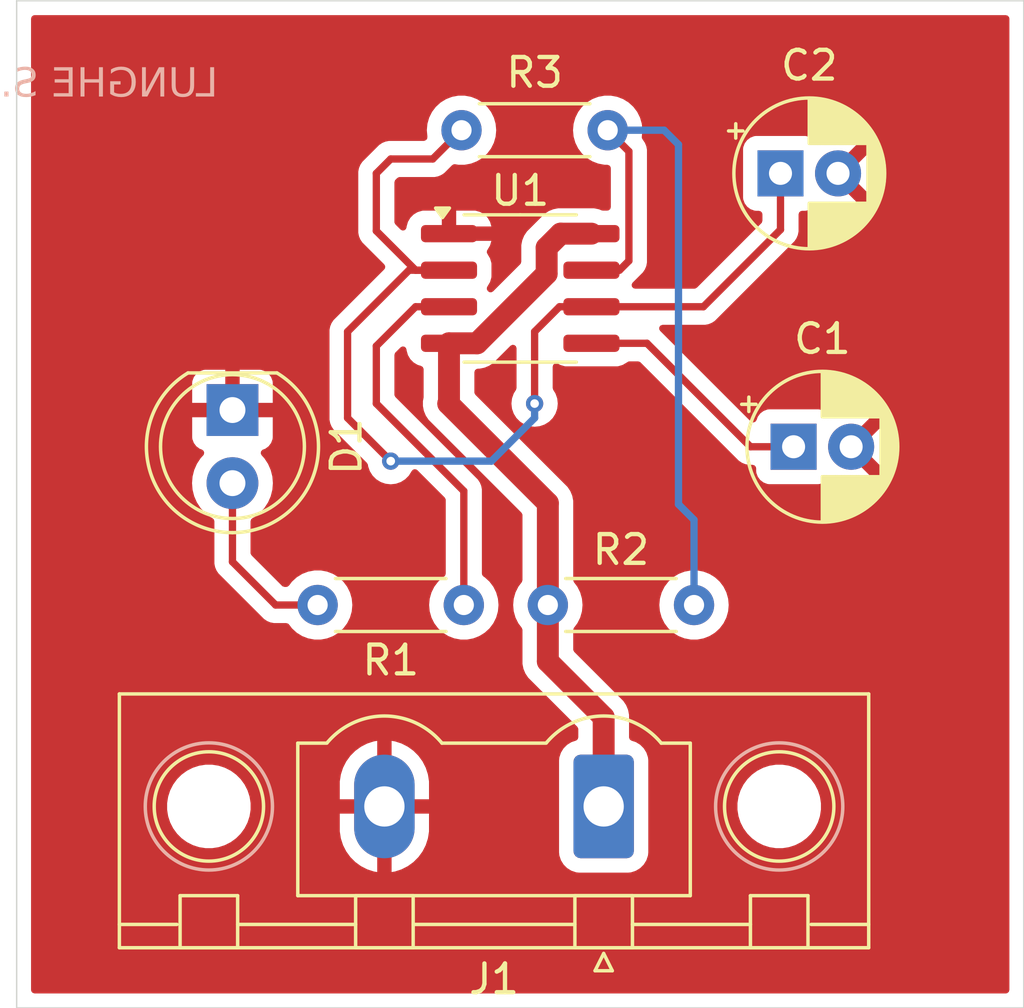
<source format=kicad_pcb>
(kicad_pcb (version 20240108) (generator "pcbnew") (generator_version "8.0")
  (title_block (title "555 Bagde PCB") (date "2024-12-17") (rev "V01") (comment 4 "Author: PUTSHU LUNGHE"))
  (layers (0 "F.Cu" signal) (31 "B.Cu" signal) (34 "B.Paste" user) (35 "F.Paste" user) (36 "B.SilkS" user "B.Silkscreen") (37 "F.SilkS" user "F.Silkscreen") (38 "B.Mask" user) (39 "F.Mask" user) (44 "Edge.Cuts" user))
  (net 0 "")
  (net 1 "Net-(U1-CV)")
  (net 2 "GND")
  (net 3 "Net-(U1-THR)")
  (net 4 "Net-(D1-A)")
  (net 5 "Net-(J1-Pin_1)")
  (net 6 "Net-(U1-Q)")
  (net 7 "Net-(U1-DIS)")
  (footprint "Package_SO:SOIC-8_3.9x4.9mm_P1.27mm" (layer "F.Cu") (at 132 82.5)
    (property "Reference" "U1" (at 0 -3.4 0) (layer "F.SilkS"))
    (property "Value" "ICM7555xB")
    (fp_line (start 0 -2.56) (end -1.95 -2.56) (stroke (width 0.12)) (layer "F.SilkS"))
    (fp_line (start 0 -2.56) (end 1.95 -2.56) (stroke (width 0.12)) (layer "F.SilkS"))
    (fp_line (start 0 2.56) (end -1.95 2.56) (stroke (width 0.12)) (layer "F.SilkS"))
    (fp_line (start 0 2.56) (end 1.95 2.56) (stroke (width 0.12)) (layer "F.SilkS"))
    (fp_poly (pts (xy -2.7 -2.465) (xy -2.94 -2.795) (xy -2.46 -2.795) (xy -2.7 -2.465)) (stroke (width 0.12)) (fill solid) (layer "F.SilkS"))
    (pad "1" smd roundrect (at -2.475 -1.905) (size 1.95 0.6) (layers "F.Cu" "F.Paste" "F.Mask") (net 2 "GND"))
    (pad "2" smd roundrect (at -2.475 -0.635) (size 1.95 0.6) (layers "F.Cu" "F.Paste" "F.Mask") (net 3 "Net-(U1-THR)"))
    (pad "3" smd roundrect (at -2.475 0.635) (size 1.95 0.6) (layers "F.Cu" "F.Paste" "F.Mask") (net 6 "Net-(U1-Q)"))
    (pad "4" smd roundrect (at -2.475 1.905) (size 1.95 0.6) (layers "F.Cu" "F.Paste" "F.Mask") (net 5 "Net-(J1-Pin_1)"))
    (pad "5" smd roundrect (at 2.475 1.905) (size 1.95 0.6) (layers "F.Cu" "F.Paste" "F.Mask") (net 1 "Net-(U1-CV)"))
    (pad "6" smd roundrect (at 2.475 0.635) (size 1.95 0.6) (layers "F.Cu" "F.Paste" "F.Mask") (net 3 "Net-(U1-THR)"))
    (pad "7" smd roundrect (at 2.475 -0.635) (size 1.95 0.6) (layers "F.Cu" "F.Paste" "F.Mask") (net 7 "Net-(U1-DIS)"))
    (pad "8" smd roundrect (at 2.475 -1.905) (size 1.95 0.6) (layers "F.Cu" "F.Paste" "F.Mask") (net 5 "Net-(J1-Pin_1)"))
  )
  (footprint "LED_THT:LED_D5.0mm_Clear" (layer "F.Cu") (at 122 86.725 -90)
    (property "Reference" "D1" (at 1.27 -3.96 90) (layer "F.SilkS"))
    (property "Value" "RED")
    (fp_line (start -1.29 -1.545) (end -1.29 1.545) (stroke (width 0.12)) (layer "F.SilkS"))
    (fp_arc (start 4.26 -0.000462) (mid 2.072002 2.880433) (end -1.29 1.54483) (stroke (width 0.12)) (layer "F.SilkS"))
    (fp_arc (start -1.29 -1.54483) (mid 2.072002 -2.880433) (end 4.26 0.000462) (stroke (width 0.12)) (layer "F.SilkS"))
    (fp_circle (center 1.27 0) (end 3.77 0) (stroke (width 0.12)) (fill none) (layer "F.SilkS"))
    (pad "1" thru_hole rect (at 0 0 270) (size 1.8 1.8) (drill 0.9) (layers "*.Cu" "*.Mask") (net 2 "GND"))
    (pad "2" thru_hole circle (at 2.54 0 270) (size 1.8 1.8) (drill 0.9) (layers "*.Cu" "*.Mask") (net 4 "Net-(D1-A)"))
  )
  (footprint "Resistor_THT:R_Axial_DIN0204_L3.6mm_D1.6mm_P5.08mm_Horizontal" (layer "F.Cu") (at 135.04 77 180)
    (property "Reference" "R3" (at 2.54 2 360) (layer "F.SilkS"))
    (property "Value" "10k")
    (fp_line (start 0.62 0.92) (end 4.46 0.92) (stroke (width 0.12)) (layer "F.SilkS"))
    (fp_line (start 0.62 -0.92) (end 4.46 -0.92) (stroke (width 0.12)) (layer "F.SilkS"))
    (pad "1" thru_hole circle (at 0 0 180) (size 1.4 1.4) (drill 0.7) (layers "*.Cu" "*.Mask") (net 7 "Net-(U1-DIS)"))
    (pad "2" thru_hole oval (at 5.08 0 180) (size 1.4 1.4) (drill 0.7) (layers "*.Cu" "*.Mask") (net 3 "Net-(U1-THR)"))
  )
  (footprint "Connector_Phoenix_GMSTB:PhoenixContact_GMSTBV_2,5_2-GF-7,62_1x02_P7.62mm_Vertical_ThreadedFlange_MountHole" (layer "F.Cu") (at 134.9 100.5 180)
    (property "Reference" "J1" (at 3.81 -6 0) (layer "F.SilkS"))
    (property "Value" "Conn_01x02_Pin")
    (fp_circle (center 13.72 0) (end 15.93 0) (stroke (width 0.12)) (fill none) (layer "B.SilkS"))
    (fp_circle (center -6.1 0) (end -3.89 0) (stroke (width 0.12)) (fill none) (layer "B.SilkS"))
    (fp_line (start 16.83 3.91) (end 16.83 -4.91) (stroke (width 0.12)) (layer "F.SilkS"))
    (fp_line (start 16.83 -4.1) (end 14.83 -4.1) (stroke (width 0.12)) (layer "F.SilkS"))
    (fp_line (start 16.83 -4.91) (end -9.21 -4.91) (stroke (width 0.12)) (layer "F.SilkS"))
    (fp_line (start 14.72 -3.1) (end 12.72 -3.1) (stroke (width 0.12)) (layer "F.SilkS"))
    (fp_line (start 14.72 -4.91) (end 14.72 -3.1) (stroke (width 0.12)) (layer "F.SilkS"))
    (fp_line (start 12.72 -3.1) (end 12.72 -4.91) (stroke (width 0.12)) (layer "F.SilkS"))
    (fp_line (start 12.72 -4.91) (end 14.72 -4.91) (stroke (width 0.12)) (layer "F.SilkS"))
    (fp_line (start 10.63 2.2) (end 9.62 2.2) (stroke (width 0.12)) (layer "F.SilkS"))
    (fp_line (start 10.63 -3.1) (end 10.63 2.2) (stroke (width 0.12)) (layer "F.SilkS"))
    (fp_line (start 8.62 -3.1) (end 6.62 -3.1) (stroke (width 0.12)) (layer "F.SilkS"))
    (fp_line (start 8.62 -4.1) (end 12.72 -4.1) (stroke (width 0.12)) (layer "F.SilkS"))
    (fp_line (start 8.62 -4.91) (end 8.62 -3.1) (stroke (width 0.12)) (layer "F.SilkS"))
    (fp_line (start 6.62 -3.1) (end 6.62 -4.91) (stroke (width 0.12)) (layer "F.SilkS"))
    (fp_line (start 6.62 -4.91) (end 8.62 -4.91) (stroke (width 0.12)) (layer "F.SilkS"))
    (fp_line (start 2 2.2) (end 5.62 2.2) (stroke (width 0.12)) (layer "F.SilkS"))
    (fp_line (start 1 -3.1) (end -1 -3.1) (stroke (width 0.12)) (layer "F.SilkS"))
    (fp_line (start 1 -4.1) (end 6.62 -4.1) (stroke (width 0.12)) (layer "F.SilkS"))
    (fp_line (start 1 -4.91) (end 1 -3.1) (stroke (width 0.12)) (layer "F.SilkS"))
    (fp_line (start 0.3 -5.71) (end 0 -5.11) (stroke (width 0.12)) (layer "F.SilkS"))
    (fp_line (start 0 -5.11) (end -0.3 -5.71) (stroke (width 0.12)) (layer "F.SilkS"))
    (fp_line (start -0.3 -5.71) (end 0.3 -5.71) (stroke (width 0.12)) (layer "F.SilkS"))
    (fp_line (start -1 -3.1) (end -1 -4.91) (stroke (width 0.12)) (layer "F.SilkS"))
    (fp_line (start -1 -4.91) (end 1 -4.91) (stroke (width 0.12)) (layer "F.SilkS"))
    (fp_line (start -2 2.2) (end -3.01 2.2) (stroke (width 0.12)) (layer "F.SilkS"))
    (fp_line (start -3.01 2.2) (end -3.01 -3.1) (stroke (width 0.12)) (layer "F.SilkS"))
    (fp_line (start -3.01 -3.1) (end 10.63 -3.1) (stroke (width 0.12)) (layer "F.SilkS"))
    (fp_line (start -5.1 -3.1) (end -7.1 -3.1) (stroke (width 0.12)) (layer "F.SilkS"))
    (fp_line (start -5.1 -4.1) (end -1 -4.1) (stroke (width 0.12)) (layer "F.SilkS"))
    (fp_line (start -5.1 -4.91) (end -5.1 -3.1) (stroke (width 0.12)) (layer "F.SilkS"))
    (fp_line (start -7.1 -3.1) (end -7.1 -4.91) (stroke (width 0.12)) (layer "F.SilkS"))
    (fp_line (start -7.1 -4.91) (end -5.1 -4.91) (stroke (width 0.12)) (layer "F.SilkS"))
    (fp_line (start -9.21 3.91) (end 16.83 3.91) (stroke (width 0.12)) (layer "F.SilkS"))
    (fp_line (start -9.21 -4.1) (end -7.21 -4.1) (stroke (width 0.12)) (layer "F.SilkS"))
    (fp_line (start -9.21 -4.91) (end -9.21 3.91) (stroke (width 0.12)) (layer "F.SilkS"))
    (fp_arc (start 9.606842 2.215821) (mid 7.609711 3.142758) (end 5.62 2.2) (stroke (width 0.12)) (layer "F.SilkS"))
    (fp_arc (start 1.986842 2.215821) (mid -0.010289 3.142758) (end -2 2.2) (stroke (width 0.12)) (layer "F.SilkS"))
    (fp_circle (center 13.72 0) (end 15.62 0) (stroke (width 0.12)) (fill none) (layer "F.SilkS"))
    (fp_circle (center -6.1 0) (end -4.2 0) (stroke (width 0.12)) (fill none) (layer "F.SilkS"))
    (pad "" np_thru_hole circle (at -6.1 0 180) (size 2.4 2.4) (drill 2.4) (layers "*.Cu" "*.Mask"))
    (pad "" np_thru_hole circle (at 13.72 0 180) (size 2.4 2.4) (drill 2.4) (layers "*.Cu" "*.Mask"))
    (pad "1" thru_hole roundrect (at 0 0 180) (size 2.1 3.6) (drill 1.4) (layers "*.Cu" "*.Mask") (roundrect_rratio 0.119048) (net 5 "Net-(J1-Pin_1)"))
    (pad "2" thru_hole oval (at 7.62 0 180) (size 2.1 3.6) (drill 1.4) (layers "*.Cu" "*.Mask") (net 2 "GND"))
  )
  (footprint "Capacitor_THT:CP_Radial_D5.0mm_P2.00mm" (layer "F.Cu") (at 141.044888 78.5)
    (property "Reference" "C2" (at 1 -3.75 0) (layer "F.SilkS"))
    (property "Value" "C_Polarized_US")
    (fp_line (start -1.804775 -1.475) (end -1.304775 -1.475) (stroke (width 0.12)) (layer "F.SilkS"))
    (fp_line (start -1.554775 -1.725) (end -1.554775 -1.225) (stroke (width 0.12)) (layer "F.SilkS"))
    (fp_line (start 1 -2.58) (end 1 -1.04) (stroke (width 0.12)) (layer "F.SilkS"))
    (fp_line (start 1 1.04) (end 1 2.58) (stroke (width 0.12)) (layer "F.SilkS"))
    (fp_line (start 1.04 -2.58) (end 1.04 -1.04) (stroke (width 0.12)) (layer "F.SilkS"))
    (fp_line (start 1.04 1.04) (end 1.04 2.58) (stroke (width 0.12)) (layer "F.SilkS"))
    (fp_line (start 1.08 -2.579) (end 1.08 -1.04) (stroke (width 0.12)) (layer "F.SilkS"))
    (fp_line (start 1.08 1.04) (end 1.08 2.579) (stroke (width 0.12)) (layer "F.SilkS"))
    (fp_line (start 1.12 -2.578) (end 1.12 -1.04) (stroke (width 0.12)) (layer "F.SilkS"))
    (fp_line (start 1.12 1.04) (end 1.12 2.578) (stroke (width 0.12)) (layer "F.SilkS"))
    (fp_line (start 1.16 -2.576) (end 1.16 -1.04) (stroke (width 0.12)) (layer "F.SilkS"))
    (fp_line (start 1.16 1.04) (end 1.16 2.576) (stroke (width 0.12)) (layer "F.SilkS"))
    (fp_line (start 1.2 -2.573) (end 1.2 -1.04) (stroke (width 0.12)) (layer "F.SilkS"))
    (fp_line (start 1.2 1.04) (end 1.2 2.573) (stroke (width 0.12)) (layer "F.SilkS"))
    (fp_line (start 1.24 -2.569) (end 1.24 -1.04) (stroke (width 0.12)) (layer "F.SilkS"))
    (fp_line (start 1.24 1.04) (end 1.24 2.569) (stroke (width 0.12)) (layer "F.SilkS"))
    (fp_line (start 1.28 -2.565) (end 1.28 -1.04) (stroke (width 0.12)) (layer "F.SilkS"))
    (fp_line (start 1.28 1.04) (end 1.28 2.565) (stroke (width 0.12)) (layer "F.SilkS"))
    (fp_line (start 1.32 -2.561) (end 1.32 -1.04) (stroke (width 0.12)) (layer "F.SilkS"))
    (fp_line (start 1.32 1.04) (end 1.32 2.561) (stroke (width 0.12)) (layer "F.SilkS"))
    (fp_line (start 1.36 -2.556) (end 1.36 -1.04) (stroke (width 0.12)) (layer "F.SilkS"))
    (fp_line (start 1.36 1.04) (end 1.36 2.556) (stroke (width 0.12)) (layer "F.SilkS"))
    (fp_line (start 1.4 -2.55) (end 1.4 -1.04) (stroke (width 0.12)) (layer "F.SilkS"))
    (fp_line (start 1.4 1.04) (end 1.4 2.55) (stroke (width 0.12)) (layer "F.SilkS"))
    (fp_line (start 1.44 -2.543) (end 1.44 -1.04) (stroke (width 0.12)) (layer "F.SilkS"))
    (fp_line (start 1.44 1.04) (end 1.44 2.543) (stroke (width 0.12)) (layer "F.SilkS"))
    (fp_line (start 1.48 -2.536) (end 1.48 -1.04) (stroke (width 0.12)) (layer "F.SilkS"))
    (fp_line (start 1.48 1.04) (end 1.48 2.536) (stroke (width 0.12)) (layer "F.SilkS"))
    (fp_line (start 1.52 -2.528) (end 1.52 -1.04) (stroke (width 0.12)) (layer "F.SilkS"))
    (fp_line (start 1.52 1.04) (end 1.52 2.528) (stroke (width 0.12)) (layer "F.SilkS"))
    (fp_line (start 1.56 -2.52) (end 1.56 -1.04) (stroke (width 0.12)) (layer "F.SilkS"))
    (fp_line (start 1.56 1.04) (end 1.56 2.52) (stroke (width 0.12)) (layer "F.SilkS"))
    (fp_line (start 1.6 -2.511) (end 1.6 -1.04) (stroke (width 0.12)) (layer "F.SilkS"))
    (fp_line (start 1.6 1.04) (end 1.6 2.511) (stroke (width 0.12)) (layer "F.SilkS"))
    (fp_line (start 1.64 -2.501) (end 1.64 -1.04) (stroke (width 0.12)) (layer "F.SilkS"))
    (fp_line (start 1.64 1.04) (end 1.64 2.501) (stroke (width 0.12)) (layer "F.SilkS"))
    (fp_line (start 1.68 -2.491) (end 1.68 -1.04) (stroke (width 0.12)) (layer "F.SilkS"))
    (fp_line (start 1.68 1.04) (end 1.68 2.491) (stroke (width 0.12)) (layer "F.SilkS"))
    (fp_line (start 1.721 -2.48) (end 1.721 -1.04) (stroke (width 0.12)) (layer "F.SilkS"))
    (fp_line (start 1.721 1.04) (end 1.721 2.48) (stroke (width 0.12)) (layer "F.SilkS"))
    (fp_line (start 1.761 -2.468) (end 1.761 -1.04) (stroke (width 0.12)) (layer "F.SilkS"))
    (fp_line (start 1.761 1.04) (end 1.761 2.468) (stroke (width 0.12)) (layer "F.SilkS"))
    (fp_line (start 1.801 -2.455) (end 1.801 -1.04) (stroke (width 0.12)) (layer "F.SilkS"))
    (fp_line (start 1.801 1.04) (end 1.801 2.455) (stroke (width 0.12)) (layer "F.SilkS"))
    (fp_line (start 1.841 -2.442) (end 1.841 -1.04) (stroke (width 0.12)) (layer "F.SilkS"))
    (fp_line (start 1.841 1.04) (end 1.841 2.442) (stroke (width 0.12)) (layer "F.SilkS"))
    (fp_line (start 1.881 -2.428) (end 1.881 -1.04) (stroke (width 0.12)) (layer "F.SilkS"))
    (fp_line (start 1.881 1.04) (end 1.881 2.428) (stroke (width 0.12)) (layer "F.SilkS"))
    (fp_line (start 1.921 -2.414) (end 1.921 -1.04) (stroke (width 0.12)) (layer "F.SilkS"))
    (fp_line (start 1.921 1.04) (end 1.921 2.414) (stroke (width 0.12)) (layer "F.SilkS"))
    (fp_line (start 1.961 -2.398) (end 1.961 -1.04) (stroke (width 0.12)) (layer "F.SilkS"))
    (fp_line (start 1.961 1.04) (end 1.961 2.398) (stroke (width 0.12)) (layer "F.SilkS"))
    (fp_line (start 2.001 -2.382) (end 2.001 -1.04) (stroke (width 0.12)) (layer "F.SilkS"))
    (fp_line (start 2.001 1.04) (end 2.001 2.382) (stroke (width 0.12)) (layer "F.SilkS"))
    (fp_line (start 2.041 -2.365) (end 2.041 -1.04) (stroke (width 0.12)) (layer "F.SilkS"))
    (fp_line (start 2.041 1.04) (end 2.041 2.365) (stroke (width 0.12)) (layer "F.SilkS"))
    (fp_line (start 2.081 -2.348) (end 2.081 -1.04) (stroke (width 0.12)) (layer "F.SilkS"))
    (fp_line (start 2.081 1.04) (end 2.081 2.348) (stroke (width 0.12)) (layer "F.SilkS"))
    (fp_line (start 2.121 -2.329) (end 2.121 -1.04) (stroke (width 0.12)) (layer "F.SilkS"))
    (fp_line (start 2.121 1.04) (end 2.121 2.329) (stroke (width 0.12)) (layer "F.SilkS"))
    (fp_line (start 2.161 -2.31) (end 2.161 -1.04) (stroke (width 0.12)) (layer "F.SilkS"))
    (fp_line (start 2.161 1.04) (end 2.161 2.31) (stroke (width 0.12)) (layer "F.SilkS"))
    (fp_line (start 2.201 -2.29) (end 2.201 -1.04) (stroke (width 0.12)) (layer "F.SilkS"))
    (fp_line (start 2.201 1.04) (end 2.201 2.29) (stroke (width 0.12)) (layer "F.SilkS"))
    (fp_line (start 2.241 -2.268) (end 2.241 -1.04) (stroke (width 0.12)) (layer "F.SilkS"))
    (fp_line (start 2.241 1.04) (end 2.241 2.268) (stroke (width 0.12)) (layer "F.SilkS"))
    (fp_line (start 2.281 -2.247) (end 2.281 -1.04) (stroke (width 0.12)) (layer "F.SilkS"))
    (fp_line (start 2.281 1.04) (end 2.281 2.247) (stroke (width 0.12)) (layer "F.SilkS"))
    (fp_line (start 2.321 -2.224) (end 2.321 -1.04) (stroke (width 0.12)) (layer "F.SilkS"))
    (fp_line (start 2.321 1.04) (end 2.321 2.224) (stroke (width 0.12)) (layer "F.SilkS"))
    (fp_line (start 2.361 -2.2) (end 2.361 -1.04) (stroke (width 0.12)) (layer "F.SilkS"))
    (fp_line (start 2.361 1.04) (end 2.361 2.2) (stroke (width 0.12)) (layer "F.SilkS"))
    (fp_line (start 2.401 -2.175) (end 2.401 -1.04) (stroke (width 0.12)) (layer "F.SilkS"))
    (fp_line (start 2.401 1.04) (end 2.401 2.175) (stroke (width 0.12)) (layer "F.SilkS"))
    (fp_line (start 2.441 -2.149) (end 2.441 -1.04) (stroke (width 0.12)) (layer "F.SilkS"))
    (fp_line (start 2.441 1.04) (end 2.441 2.149) (stroke (width 0.12)) (layer "F.SilkS"))
    (fp_line (start 2.481 -2.122) (end 2.481 -1.04) (stroke (width 0.12)) (layer "F.SilkS"))
    (fp_line (start 2.481 1.04) (end 2.481 2.122) (stroke (width 0.12)) (layer "F.SilkS"))
    (fp_line (start 2.521 -2.095) (end 2.521 -1.04) (stroke (width 0.12)) (layer "F.SilkS"))
    (fp_line (start 2.521 1.04) (end 2.521 2.095) (stroke (width 0.12)) (layer "F.SilkS"))
    (fp_line (start 2.561 -2.065) (end 2.561 -1.04) (stroke (width 0.12)) (layer "F.SilkS"))
    (fp_line (start 2.561 1.04) (end 2.561 2.065) (stroke (width 0.12)) (layer "F.SilkS"))
    (fp_line (start 2.601 -2.035) (end 2.601 -1.04) (stroke (width 0.12)) (layer "F.SilkS"))
    (fp_line (start 2.601 1.04) (end 2.601 2.035) (stroke (width 0.12)) (layer "F.SilkS"))
    (fp_line (start 2.641 -2.004) (end 2.641 -1.04) (stroke (width 0.12)) (layer "F.SilkS"))
    (fp_line (start 2.641 1.04) (end 2.641 2.004) (stroke (width 0.12)) (layer "F.SilkS"))
    (fp_line (start 2.681 -1.971) (end 2.681 -1.04) (stroke (width 0.12)) (layer "F.SilkS"))
    (fp_line (start 2.681 1.04) (end 2.681 1.971) (stroke (width 0.12)) (layer "F.SilkS"))
    (fp_line (start 2.721 -1.937) (end 2.721 -1.04) (stroke (width 0.12)) (layer "F.SilkS"))
    (fp_line (start 2.721 1.04) (end 2.721 1.937) (stroke (width 0.12)) (layer "F.SilkS"))
    (fp_line (start 2.761 -1.901) (end 2.761 -1.04) (stroke (width 0.12)) (layer "F.SilkS"))
    (fp_line (start 2.761 1.04) (end 2.761 1.901) (stroke (width 0.12)) (layer "F.SilkS"))
    (fp_line (start 2.801 -1.864) (end 2.801 -1.04) (stroke (width 0.12)) (layer "F.SilkS"))
    (fp_line (start 2.801 1.04) (end 2.801 1.864) (stroke (width 0.12)) (layer "F.SilkS"))
    (fp_line (start 2.841 -1.826) (end 2.841 -1.04) (stroke (width 0.12)) (layer "F.SilkS"))
    (fp_line (start 2.841 1.04) (end 2.841 1.826) (stroke (width 0.12)) (layer "F.SilkS"))
    (fp_line (start 2.881 -1.785) (end 2.881 -1.04) (stroke (width 0.12)) (layer "F.SilkS"))
    (fp_line (start 2.881 1.04) (end 2.881 1.785) (stroke (width 0.12)) (layer "F.SilkS"))
    (fp_line (start 2.921 -1.743) (end 2.921 -1.04) (stroke (width 0.12)) (layer "F.SilkS"))
    (fp_line (start 2.921 1.04) (end 2.921 1.743) (stroke (width 0.12)) (layer "F.SilkS"))
    (fp_line (start 2.961 -1.699) (end 2.961 -1.04) (stroke (width 0.12)) (layer "F.SilkS"))
    (fp_line (start 2.961 1.04) (end 2.961 1.699) (stroke (width 0.12)) (layer "F.SilkS"))
    (fp_line (start 3.001 -1.653) (end 3.001 -1.04) (stroke (width 0.12)) (layer "F.SilkS"))
    (fp_line (start 3.001 1.04) (end 3.001 1.653) (stroke (width 0.12)) (layer "F.SilkS"))
    (fp_line (start 3.041 -1.605) (end 3.041 1.605) (stroke (width 0.12)) (layer "F.SilkS"))
    (fp_line (start 3.081 -1.554) (end 3.081 1.554) (stroke (width 0.12)) (layer "F.SilkS"))
    (fp_line (start 3.121 -1.5) (end 3.121 1.5) (stroke (width 0.12)) (layer "F.SilkS"))
    (fp_line (start 3.161 -1.443) (end 3.161 1.443) (stroke (width 0.12)) (layer "F.SilkS"))
    (fp_line (start 3.201 -1.383) (end 3.201 1.383) (stroke (width 0.12)) (layer "F.SilkS"))
    (fp_line (start 3.241 -1.319) (end 3.241 1.319) (stroke (width 0.12)) (layer "F.SilkS"))
    (fp_line (start 3.281 -1.251) (end 3.281 1.251) (stroke (width 0.12)) (layer "F.SilkS"))
    (fp_line (start 3.321 -1.178) (end 3.321 1.178) (stroke (width 0.12)) (layer "F.SilkS"))
    (fp_line (start 3.361 -1.098) (end 3.361 1.098) (stroke (width 0.12)) (layer "F.SilkS"))
    (fp_line (start 3.401 -1.011) (end 3.401 1.011) (stroke (width 0.12)) (layer "F.SilkS"))
    (fp_line (start 3.441 -0.915) (end 3.441 0.915) (stroke (width 0.12)) (layer "F.SilkS"))
    (fp_line (start 3.481 -0.805) (end 3.481 0.805) (stroke (width 0.12)) (layer "F.SilkS"))
    (fp_line (start 3.521 -0.677) (end 3.521 0.677) (stroke (width 0.12)) (layer "F.SilkS"))
    (fp_line (start 3.561 -0.518) (end 3.561 0.518) (stroke (width 0.12)) (layer "F.SilkS"))
    (fp_line (start 3.601 -0.284) (end 3.601 0.284) (stroke (width 0.12)) (layer "F.SilkS"))
    (fp_circle (center 1 0) (end 3.62 0) (stroke (width 0.12)) (fill none) (layer "F.SilkS"))
    (pad "1" thru_hole rect (at 0 0) (size 1.6 1.6) (drill 0.8) (layers "*.Cu" "*.Mask") (net 3 "Net-(U1-THR)"))
    (pad "2" thru_hole circle (at 2 0) (size 1.6 1.6) (drill 0.8) (layers "*.Cu" "*.Mask") (net 2 "GND"))
  )
  (footprint "Capacitor_THT:CP_Radial_D5.0mm_P2.00mm" (layer "F.Cu") (at 141.5 88)
    (property "Reference" "C1" (at 1 -3.75 0) (layer "F.SilkS"))
    (property "Value" "C_Polarized_US")
    (fp_line (start -1.804775 -1.475) (end -1.304775 -1.475) (stroke (width 0.12)) (layer "F.SilkS"))
    (fp_line (start -1.554775 -1.725) (end -1.554775 -1.225) (stroke (width 0.12)) (layer "F.SilkS"))
    (fp_line (start 1 -2.58) (end 1 -1.04) (stroke (width 0.12)) (layer "F.SilkS"))
    (fp_line (start 1 1.04) (end 1 2.58) (stroke (width 0.12)) (layer "F.SilkS"))
    (fp_line (start 1.04 -2.58) (end 1.04 -1.04) (stroke (width 0.12)) (layer "F.SilkS"))
    (fp_line (start 1.04 1.04) (end 1.04 2.58) (stroke (width 0.12)) (layer "F.SilkS"))
    (fp_line (start 1.08 -2.579) (end 1.08 -1.04) (stroke (width 0.12)) (layer "F.SilkS"))
    (fp_line (start 1.08 1.04) (end 1.08 2.579) (stroke (width 0.12)) (layer "F.SilkS"))
    (fp_line (start 1.12 -2.578) (end 1.12 -1.04) (stroke (width 0.12)) (layer "F.SilkS"))
    (fp_line (start 1.12 1.04) (end 1.12 2.578) (stroke (width 0.12)) (layer "F.SilkS"))
    (fp_line (start 1.16 -2.576) (end 1.16 -1.04) (stroke (width 0.12)) (layer "F.SilkS"))
    (fp_line (start 1.16 1.04) (end 1.16 2.576) (stroke (width 0.12)) (layer "F.SilkS"))
    (fp_line (start 1.2 -2.573) (end 1.2 -1.04) (stroke (width 0.12)) (layer "F.SilkS"))
    (fp_line (start 1.2 1.04) (end 1.2 2.573) (stroke (width 0.12)) (layer "F.SilkS"))
    (fp_line (start 1.24 -2.569) (end 1.24 -1.04) (stroke (width 0.12)) (layer "F.SilkS"))
    (fp_line (start 1.24 1.04) (end 1.24 2.569) (stroke (width 0.12)) (layer "F.SilkS"))
    (fp_line (start 1.28 -2.565) (end 1.28 -1.04) (stroke (width 0.12)) (layer "F.SilkS"))
    (fp_line (start 1.28 1.04) (end 1.28 2.565) (stroke (width 0.12)) (layer "F.SilkS"))
    (fp_line (start 1.32 -2.561) (end 1.32 -1.04) (stroke (width 0.12)) (layer "F.SilkS"))
    (fp_line (start 1.32 1.04) (end 1.32 2.561) (stroke (width 0.12)) (layer "F.SilkS"))
    (fp_line (start 1.36 -2.556) (end 1.36 -1.04) (stroke (width 0.12)) (layer "F.SilkS"))
    (fp_line (start 1.36 1.04) (end 1.36 2.556) (stroke (width 0.12)) (layer "F.SilkS"))
    (fp_line (start 1.4 -2.55) (end 1.4 -1.04) (stroke (width 0.12)) (layer "F.SilkS"))
    (fp_line (start 1.4 1.04) (end 1.4 2.55) (stroke (width 0.12)) (layer "F.SilkS"))
    (fp_line (start 1.44 -2.543) (end 1.44 -1.04) (stroke (width 0.12)) (layer "F.SilkS"))
    (fp_line (start 1.44 1.04) (end 1.44 2.543) (stroke (width 0.12)) (layer "F.SilkS"))
    (fp_line (start 1.48 -2.536) (end 1.48 -1.04) (stroke (width 0.12)) (layer "F.SilkS"))
    (fp_line (start 1.48 1.04) (end 1.48 2.536) (stroke (width 0.12)) (layer "F.SilkS"))
    (fp_line (start 1.52 -2.528) (end 1.52 -1.04) (stroke (width 0.12)) (layer "F.SilkS"))
    (fp_line (start 1.52 1.04) (end 1.52 2.528) (stroke (width 0.12)) (layer "F.SilkS"))
    (fp_line (start 1.56 -2.52) (end 1.56 -1.04) (stroke (width 0.12)) (layer "F.SilkS"))
    (fp_line (start 1.56 1.04) (end 1.56 2.52) (stroke (width 0.12)) (layer "F.SilkS"))
    (fp_line (start 1.6 -2.511) (end 1.6 -1.04) (stroke (width 0.12)) (layer "F.SilkS"))
    (fp_line (start 1.6 1.04) (end 1.6 2.511) (stroke (width 0.12)) (layer "F.SilkS"))
    (fp_line (start 1.64 -2.501) (end 1.64 -1.04) (stroke (width 0.12)) (layer "F.SilkS"))
    (fp_line (start 1.64 1.04) (end 1.64 2.501) (stroke (width 0.12)) (layer "F.SilkS"))
    (fp_line (start 1.68 -2.491) (end 1.68 -1.04) (stroke (width 0.12)) (layer "F.SilkS"))
    (fp_line (start 1.68 1.04) (end 1.68 2.491) (stroke (width 0.12)) (layer "F.SilkS"))
    (fp_line (start 1.721 -2.48) (end 1.721 -1.04) (stroke (width 0.12)) (layer "F.SilkS"))
    (fp_line (start 1.721 1.04) (end 1.721 2.48) (stroke (width 0.12)) (layer "F.SilkS"))
    (fp_line (start 1.761 -2.468) (end 1.761 -1.04) (stroke (width 0.12)) (layer "F.SilkS"))
    (fp_line (start 1.761 1.04) (end 1.761 2.468) (stroke (width 0.12)) (layer "F.SilkS"))
    (fp_line (start 1.801 -2.455) (end 1.801 -1.04) (stroke (width 0.12)) (layer "F.SilkS"))
    (fp_line (start 1.801 1.04) (end 1.801 2.455) (stroke (width 0.12)) (layer "F.SilkS"))
    (fp_line (start 1.841 -2.442) (end 1.841 -1.04) (stroke (width 0.12)) (layer "F.SilkS"))
    (fp_line (start 1.841 1.04) (end 1.841 2.442) (stroke (width 0.12)) (layer "F.SilkS"))
    (fp_line (start 1.881 -2.428) (end 1.881 -1.04) (stroke (width 0.12)) (layer "F.SilkS"))
    (fp_line (start 1.881 1.04) (end 1.881 2.428) (stroke (width 0.12)) (layer "F.SilkS"))
    (fp_line (start 1.921 -2.414) (end 1.921 -1.04) (stroke (width 0.12)) (layer "F.SilkS"))
    (fp_line (start 1.921 1.04) (end 1.921 2.414) (stroke (width 0.12)) (layer "F.SilkS"))
    (fp_line (start 1.961 -2.398) (end 1.961 -1.04) (stroke (width 0.12)) (layer "F.SilkS"))
    (fp_line (start 1.961 1.04) (end 1.961 2.398) (stroke (width 0.12)) (layer "F.SilkS"))
    (fp_line (start 2.001 -2.382) (end 2.001 -1.04) (stroke (width 0.12)) (layer "F.SilkS"))
    (fp_line (start 2.001 1.04) (end 2.001 2.382) (stroke (width 0.12)) (layer "F.SilkS"))
    (fp_line (start 2.041 -2.365) (end 2.041 -1.04) (stroke (width 0.12)) (layer "F.SilkS"))
    (fp_line (start 2.041 1.04) (end 2.041 2.365) (stroke (width 0.12)) (layer "F.SilkS"))
    (fp_line (start 2.081 -2.348) (end 2.081 -1.04) (stroke (width 0.12)) (layer "F.SilkS"))
    (fp_line (start 2.081 1.04) (end 2.081 2.348) (stroke (width 0.12)) (layer "F.SilkS"))
    (fp_line (start 2.121 -2.329) (end 2.121 -1.04) (stroke (width 0.12)) (layer "F.SilkS"))
    (fp_line (start 2.121 1.04) (end 2.121 2.329) (stroke (width 0.12)) (layer "F.SilkS"))
    (fp_line (start 2.161 -2.31) (end 2.161 -1.04) (stroke (width 0.12)) (layer "F.SilkS"))
    (fp_line (start 2.161 1.04) (end 2.161 2.31) (stroke (width 0.12)) (layer "F.SilkS"))
    (fp_line (start 2.201 -2.29) (end 2.201 -1.04) (stroke (width 0.12)) (layer "F.SilkS"))
    (fp_line (start 2.201 1.04) (end 2.201 2.29) (stroke (width 0.12)) (layer "F.SilkS"))
    (fp_line (start 2.241 -2.268) (end 2.241 -1.04) (stroke (width 0.12)) (layer "F.SilkS"))
    (fp_line (start 2.241 1.04) (end 2.241 2.268) (stroke (width 0.12)) (layer "F.SilkS"))
    (fp_line (start 2.281 -2.247) (end 2.281 -1.04) (stroke (width 0.12)) (layer "F.SilkS"))
    (fp_line (start 2.281 1.04) (end 2.281 2.247) (stroke (width 0.12)) (layer "F.SilkS"))
    (fp_line (start 2.321 -2.224) (end 2.321 -1.04) (stroke (width 0.12)) (layer "F.SilkS"))
    (fp_line (start 2.321 1.04) (end 2.321 2.224) (stroke (width 0.12)) (layer "F.SilkS"))
    (fp_line (start 2.361 -2.2) (end 2.361 -1.04) (stroke (width 0.12)) (layer "F.SilkS"))
    (fp_line (start 2.361 1.04) (end 2.361 2.2) (stroke (width 0.12)) (layer "F.SilkS"))
    (fp_line (start 2.401 -2.175) (end 2.401 -1.04) (stroke (width 0.12)) (layer "F.SilkS"))
    (fp_line (start 2.401 1.04) (end 2.401 2.175) (stroke (width 0.12)) (layer "F.SilkS"))
    (fp_line (start 2.441 -2.149) (end 2.441 -1.04) (stroke (width 0.12)) (layer "F.SilkS"))
    (fp_line (start 2.441 1.04) (end 2.441 2.149) (stroke (width 0.12)) (layer "F.SilkS"))
    (fp_line (start 2.481 -2.122) (end 2.481 -1.04) (stroke (width 0.12)) (layer "F.SilkS"))
    (fp_line (start 2.481 1.04) (end 2.481 2.122) (stroke (width 0.12)) (layer "F.SilkS"))
    (fp_line (start 2.521 -2.095) (end 2.521 -1.04) (stroke (width 0.12)) (layer "F.SilkS"))
    (fp_line (start 2.521 1.04) (end 2.521 2.095) (stroke (width 0.12)) (layer "F.SilkS"))
    (fp_line (start 2.561 -2.065) (end 2.561 -1.04) (stroke (width 0.12)) (layer "F.SilkS"))
    (fp_line (start 2.561 1.04) (end 2.561 2.065) (stroke (width 0.12)) (layer "F.SilkS"))
    (fp_line (start 2.601 -2.035) (end 2.601 -1.04) (stroke (width 0.12)) (layer "F.SilkS"))
    (fp_line (start 2.601 1.04) (end 2.601 2.035) (stroke (width 0.12)) (layer "F.SilkS"))
    (fp_line (start 2.641 -2.004) (end 2.641 -1.04) (stroke (width 0.12)) (layer "F.SilkS"))
    (fp_line (start 2.641 1.04) (end 2.641 2.004) (stroke (width 0.12)) (layer "F.SilkS"))
    (fp_line (start 2.681 -1.971) (end 2.681 -1.04) (stroke (width 0.12)) (layer "F.SilkS"))
    (fp_line (start 2.681 1.04) (end 2.681 1.971) (stroke (width 0.12)) (layer "F.SilkS"))
    (fp_line (start 2.721 -1.937) (end 2.721 -1.04) (stroke (width 0.12)) (layer "F.SilkS"))
    (fp_line (start 2.721 1.04) (end 2.721 1.937) (stroke (width 0.12)) (layer "F.SilkS"))
    (fp_line (start 2.761 -1.901) (end 2.761 -1.04) (stroke (width 0.12)) (layer "F.SilkS"))
    (fp_line (start 2.761 1.04) (end 2.761 1.901) (stroke (width 0.12)) (layer "F.SilkS"))
    (fp_line (start 2.801 -1.864) (end 2.801 -1.04) (stroke (width 0.12)) (layer "F.SilkS"))
    (fp_line (start 2.801 1.04) (end 2.801 1.864) (stroke (width 0.12)) (layer "F.SilkS"))
    (fp_line (start 2.841 -1.826) (end 2.841 -1.04) (stroke (width 0.12)) (layer "F.SilkS"))
    (fp_line (start 2.841 1.04) (end 2.841 1.826) (stroke (width 0.12)) (layer "F.SilkS"))
    (fp_line (start 2.881 -1.785) (end 2.881 -1.04) (stroke (width 0.12)) (layer "F.SilkS"))
    (fp_line (start 2.881 1.04) (end 2.881 1.785) (stroke (width 0.12)) (layer "F.SilkS"))
    (fp_line (start 2.921 -1.743) (end 2.921 -1.04) (stroke (width 0.12)) (layer "F.SilkS"))
    (fp_line (start 2.921 1.04) (end 2.921 1.743) (stroke (width 0.12)) (layer "F.SilkS"))
    (fp_line (start 2.961 -1.699) (end 2.961 -1.04) (stroke (width 0.12)) (layer "F.SilkS"))
    (fp_line (start 2.961 1.04) (end 2.961 1.699) (stroke (width 0.12)) (layer "F.SilkS"))
    (fp_line (start 3.001 -1.653) (end 3.001 -1.04) (stroke (width 0.12)) (layer "F.SilkS"))
    (fp_line (start 3.001 1.04) (end 3.001 1.653) (stroke (width 0.12)) (layer "F.SilkS"))
    (fp_line (start 3.041 -1.605) (end 3.041 1.605) (stroke (width 0.12)) (layer "F.SilkS"))
    (fp_line (start 3.081 -1.554) (end 3.081 1.554) (stroke (width 0.12)) (layer "F.SilkS"))
    (fp_line (start 3.121 -1.5) (end 3.121 1.5) (stroke (width 0.12)) (layer "F.SilkS"))
    (fp_line (start 3.161 -1.443) (end 3.161 1.443) (stroke (width 0.12)) (layer "F.SilkS"))
    (fp_line (start 3.201 -1.383) (end 3.201 1.383) (stroke (width 0.12)) (layer "F.SilkS"))
    (fp_line (start 3.241 -1.319) (end 3.241 1.319) (stroke (width 0.12)) (layer "F.SilkS"))
    (fp_line (start 3.281 -1.251) (end 3.281 1.251) (stroke (width 0.12)) (layer "F.SilkS"))
    (fp_line (start 3.321 -1.178) (end 3.321 1.178) (stroke (width 0.12)) (layer "F.SilkS"))
    (fp_line (start 3.361 -1.098) (end 3.361 1.098) (stroke (width 0.12)) (layer "F.SilkS"))
    (fp_line (start 3.401 -1.011) (end 3.401 1.011) (stroke (width 0.12)) (layer "F.SilkS"))
    (fp_line (start 3.441 -0.915) (end 3.441 0.915) (stroke (width 0.12)) (layer "F.SilkS"))
    (fp_line (start 3.481 -0.805) (end 3.481 0.805) (stroke (width 0.12)) (layer "F.SilkS"))
    (fp_line (start 3.521 -0.677) (end 3.521 0.677) (stroke (width 0.12)) (layer "F.SilkS"))
    (fp_line (start 3.561 -0.518) (end 3.561 0.518) (stroke (width 0.12)) (layer "F.SilkS"))
    (fp_line (start 3.601 -0.284) (end 3.601 0.284) (stroke (width 0.12)) (layer "F.SilkS"))
    (fp_circle (center 1 0) (end 3.62 0) (stroke (width 0.12)) (fill none) (layer "F.SilkS"))
    (pad "1" thru_hole rect (at 0 0) (size 1.6 1.6) (drill 0.8) (layers "*.Cu" "*.Mask") (net 1 "Net-(U1-CV)"))
    (pad "2" thru_hole circle (at 2 0) (size 1.6 1.6) (drill 0.8) (layers "*.Cu" "*.Mask") (net 2 "GND"))
  )
  (footprint "Resistor_THT:R_Axial_DIN0204_L3.6mm_D1.6mm_P5.08mm_Horizontal" (layer "F.Cu") (at 132.96 93.5)
    (property "Reference" "R2" (at 2.54 -1.92 0) (layer "F.SilkS"))
    (property "Value" "10K")
    (fp_line (start 0.62 -0.92) (end 4.46 -0.92) (stroke (width 0.12)) (layer "F.SilkS"))
    (fp_line (start 0.62 0.92) (end 4.46 0.92) (stroke (width 0.12)) (layer "F.SilkS"))
    (pad "1" thru_hole circle (at 0 0) (size 1.4 1.4) (drill 0.7) (layers "*.Cu" "*.Mask") (net 5 "Net-(J1-Pin_1)"))
    (pad "2" thru_hole oval (at 5.08 0) (size 1.4 1.4) (drill 0.7) (layers "*.Cu" "*.Mask") (net 7 "Net-(U1-DIS)"))
  )
  (footprint "Resistor_THT:R_Axial_DIN0204_L3.6mm_D1.6mm_P5.08mm_Horizontal" (layer "F.Cu") (at 130.04 93.5 180)
    (property "Reference" "R1" (at 2.54 -1.92 0) (layer "F.SilkS"))
    (property "Value" "220R")
    (fp_line (start 0.62 0.92) (end 4.46 0.92) (stroke (width 0.12)) (layer "F.SilkS"))
    (fp_line (start 0.62 -0.92) (end 4.46 -0.92) (stroke (width 0.12)) (layer "F.SilkS"))
    (pad "1" thru_hole circle (at 0 0 180) (size 1.4 1.4) (drill 0.7) (layers "*.Cu" "*.Mask") (net 6 "Net-(U1-Q)"))
    (pad "2" thru_hole oval (at 5.08 0 180) (size 1.4 1.4) (drill 0.7) (layers "*.Cu" "*.Mask") (net 4 "Net-(D1-A)"))
  )
  (gr_rect (start 114.5 72.5) (end 149.5 107.5) (stroke (width 0.05)) (fill none) (layer "Edge.Cuts"))
  (gr_text "LUNGHE S." (at 121.5 76 0) (layer "B.SilkS") (effects (font (size 1 1) (thickness 0.1)) (justify left bottom mirror)))
  (segment (start 136.405 84.405) (end 140 88) (width 0.254) (layer "F.Cu") (net 1))
  (segment (start 140 88) (end 141.5 88) (width 0.254) (layer "F.Cu") (net 1))
  (segment (start 134.475 84.405) (end 136.405 84.405) (width 0.254) (layer "F.Cu") (net 1))
  (segment (start 127.5 78) (end 128.96 78) (width 0.254) (layer "F.Cu") (net 3))
  (segment (start 126 84) (end 126 87) (width 0.254) (layer "F.Cu") (net 3))
  (segment (start 134.475 83.135) (end 133.365 83.135) (width 0.254) (layer "F.Cu") (net 3))
  (segment (start 141.044888 80.455112) (end 141.044888 78.5) (width 0.254) (layer "F.Cu") (net 3))
  (segment (start 128.96 78) (end 129.96 77) (width 0.254) (layer "F.Cu") (net 3))
  (segment (start 127 80.5) (end 127 78.5) (width 0.254) (layer "F.Cu") (net 3))
  (segment (start 126 87) (end 127.5 88.5) (width 0.254) (layer "F.Cu") (net 3))
  (segment (start 129.525 81.865) (end 128.135 81.865) (width 0.254) (layer "F.Cu") (net 3))
  (segment (start 132.5 84) (end 132.5 86.5) (width 0.254) (layer "F.Cu") (net 3))
  (segment (start 127 78.5) (end 127.5 78) (width 0.254) (layer "F.Cu") (net 3))
  (segment (start 133.365 83.135) (end 132.5 84) (width 0.254) (layer "F.Cu") (net 3))
  (segment (start 128.365 81.865) (end 127 80.5) (width 0.254) (layer "F.Cu") (net 3))
  (segment (start 129.525 81.865) (end 128.365 81.865) (width 0.254) (layer "F.Cu") (net 3))
  (segment (start 134.475 83.135) (end 138.365 83.135) (width 0.254) (layer "F.Cu") (net 3))
  (segment (start 138.365 83.135) (end 141.044888 80.455112) (width 0.254) (layer "F.Cu") (net 3))
  (segment (start 128.135 81.865) (end 126 84) (width 0.254) (layer "F.Cu") (net 3))
  (via (at 132.5 86.5) (size 0.6) (drill 0.3) (layers "F.Cu" "B.Cu") (net 3))
  (via (at 127.5 88.5) (size 0.6) (drill 0.3) (layers "F.Cu" "B.Cu") (net 3))
  (segment (start 132.5 87) (end 132.5 86.5) (width 0.254) (layer "B.Cu") (net 3))
  (segment (start 131 88.5) (end 132.5 87) (width 0.254) (layer "B.Cu") (net 3))
  (segment (start 127.5 88.5) (end 131 88.5) (width 0.254) (layer "B.Cu") (net 3))
  (segment (start 122 92) (end 122 89.265) (width 0.254) (layer "F.Cu") (net 4))
  (segment (start 124.96 93.5) (end 123.5 93.5) (width 0.254) (layer "F.Cu") (net 4))
  (segment (start 123.5 93.5) (end 122 92) (width 0.254) (layer "F.Cu") (net 4))
  (segment (start 132.919 81.985999) (end 132.919 81.081) (width 0.762) (layer "F.Cu") (net 5))
  (segment (start 132.96 89.96) (end 129.5 86.5) (width 0.762) (layer "F.Cu") (net 5))
  (segment (start 133.405 80.595) (end 134.475 80.595) (width 0.762) (layer "F.Cu") (net 5))
  (segment (start 129.525 84.405) (end 130.499999 84.405) (width 0.762) (layer "F.Cu") (net 5))
  (segment (start 132.96 93.5) (end 132.96 89.96) (width 0.762) (layer "F.Cu") (net 5))
  (segment (start 132.919 81.081) (end 133.405 80.595) (width 0.762) (layer "F.Cu") (net 5))
  (segment (start 129.5 86.5) (end 129.525 86.475) (width 0.762) (layer "F.Cu") (net 5))
  (segment (start 129.525 86.475) (end 129.525 84.405) (width 0.762) (layer "F.Cu") (net 5))
  (segment (start 134.9 97.4) (end 132.96 95.46) (width 0.762) (layer "F.Cu") (net 5))
  (segment (start 134.9 100.5) (end 134.9 97.4) (width 0.762) (layer "F.Cu") (net 5))
  (segment (start 130.499999 84.405) (end 132.919 81.985999) (width 0.762) (layer "F.Cu") (net 5))
  (segment (start 132.96 95.46) (end 132.96 93.5) (width 0.762) (layer "F.Cu") (net 5))
  (segment (start 127 84.5) (end 128.365 83.135) (width 0.254) (layer "F.Cu") (net 6))
  (segment (start 130.04 89.54) (end 127 86.5) (width 0.254) (layer "F.Cu") (net 6))
  (segment (start 130.04 93.5) (end 130.04 89.54) (width 0.254) (layer "F.Cu") (net 6))
  (segment (start 127 86.5) (end 127 84.5) (width 0.254) (layer "F.Cu") (net 6))
  (segment (start 128.365 83.135) (end 129.525 83.135) (width 0.254) (layer "F.Cu") (net 6))
  (segment (start 135.777 77.737) (end 135.777 81.537999) (width 0.254) (layer "F.Cu") (net 7))
  (segment (start 135.449999 81.865) (end 134.475 81.865) (width 0.254) (layer "F.Cu") (net 7))
  (segment (start 135.777 81.537999) (end 135.449999 81.865) (width 0.254) (layer "F.Cu") (net 7))
  (segment (start 135.04 77) (end 135.777 77.737) (width 0.254) (layer "F.Cu") (net 7))
  (segment (start 137.5 77.5) (end 137.5 90) (width 0.254) (layer "B.Cu") (net 7))
  (segment (start 138.04 90.54) (end 138.04 93.5) (width 0.254) (layer "B.Cu") (net 7))
  (segment (start 137 77) (end 137.5 77.5) (width 0.254) (layer "B.Cu") (net 7))
  (segment (start 137.5 90) (end 138.04 90.54) (width 0.254) (layer "B.Cu") (net 7))
  (segment (start 135.04 77) (end 137 77) (width 0.254) (layer "B.Cu") (net 7))
  (zone (net 2) (net_name "GND") (layer "F.Cu") (connect_pads (clearance 0.5)) (min_thickness 0.25) (fill yes (thermal_gap 0.5) (thermal_bridge_width 0.5))
    (polygon (pts (xy 114.5 72.5) (xy 149.5 72.5) (xy 149.5 107.5) (xy 114.5 107.5)))
  )
)
</source>
